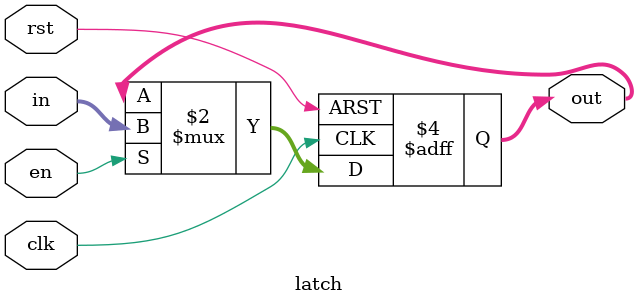
<source format=v>
module latch(clk, rst, en, in, out);

	input clk, rst, en;
	input [31:0] in;
	output reg [31:0] out;
	
  	always @(posedge clk,posedge rst) begin
		if (rst) 
		out <= 0;
		else if (en)
		out <= in;
	end
endmodule
</source>
